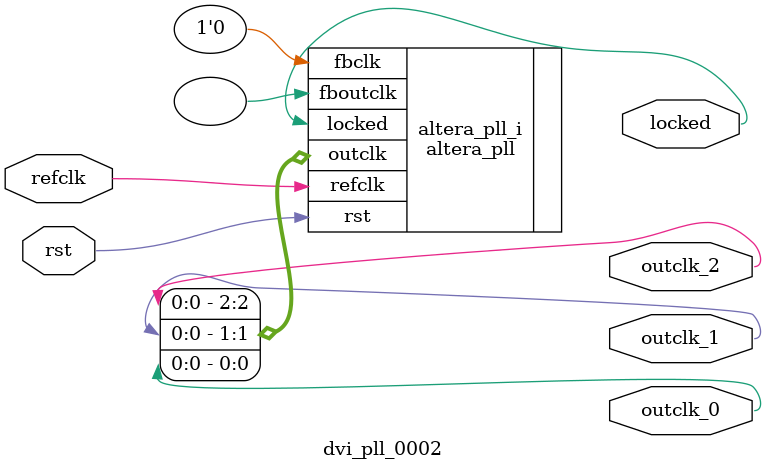
<source format=v>
`timescale 1ns/10ps
module  dvi_pll_0002(

	// interface 'refclk'
	input wire refclk,

	// interface 'reset'
	input wire rst,

	// interface 'outclk0'
	output wire outclk_0,

	// interface 'outclk1'
	output wire outclk_1,

	// interface 'outclk2'
	output wire outclk_2,

	// interface 'locked'
	output wire locked
);

	altera_pll #(
		.fractional_vco_multiplier("false"),
		.reference_clock_frequency("50.0 MHz"),
		.operation_mode("lvds"),
		.number_of_clocks(3),
		.output_clock_frequency0("1480.000000 MHz"),
		.phase_shift0("337 ps"),
		.duty_cycle0(50),
		.output_clock_frequency1("148.000000 MHz"),
		.phase_shift1("6419 ps"),
		.duty_cycle1(50),
		.output_clock_frequency2("148.000000 MHz"),
		.phase_shift2("5405 ps"),
		.duty_cycle2(10),
		.output_clock_frequency3("0 MHz"),
		.phase_shift3("0 ps"),
		.duty_cycle3(50),
		.output_clock_frequency4("0 MHz"),
		.phase_shift4("0 ps"),
		.duty_cycle4(50),
		.output_clock_frequency5("0 MHz"),
		.phase_shift5("0 ps"),
		.duty_cycle5(50),
		.output_clock_frequency6("0 MHz"),
		.phase_shift6("0 ps"),
		.duty_cycle6(50),
		.output_clock_frequency7("0 MHz"),
		.phase_shift7("0 ps"),
		.duty_cycle7(50),
		.output_clock_frequency8("0 MHz"),
		.phase_shift8("0 ps"),
		.duty_cycle8(50),
		.output_clock_frequency9("0 MHz"),
		.phase_shift9("0 ps"),
		.duty_cycle9(50),
		.output_clock_frequency10("0 MHz"),
		.phase_shift10("0 ps"),
		.duty_cycle10(50),
		.output_clock_frequency11("0 MHz"),
		.phase_shift11("0 ps"),
		.duty_cycle11(50),
		.output_clock_frequency12("0 MHz"),
		.phase_shift12("0 ps"),
		.duty_cycle12(50),
		.output_clock_frequency13("0 MHz"),
		.phase_shift13("0 ps"),
		.duty_cycle13(50),
		.output_clock_frequency14("0 MHz"),
		.phase_shift14("0 ps"),
		.duty_cycle14(50),
		.output_clock_frequency15("0 MHz"),
		.phase_shift15("0 ps"),
		.duty_cycle15(50),
		.output_clock_frequency16("0 MHz"),
		.phase_shift16("0 ps"),
		.duty_cycle16(50),
		.output_clock_frequency17("0 MHz"),
		.phase_shift17("0 ps"),
		.duty_cycle17(50),
		.pll_type("General"),
		.pll_subtype("General")
	) altera_pll_i (
		.rst	(rst),
		.outclk	({outclk_2, outclk_1, outclk_0}),
		.locked	(locked),
		.fboutclk	( ),
		.fbclk	(1'b0),
		.refclk	(refclk)
	);
endmodule


</source>
